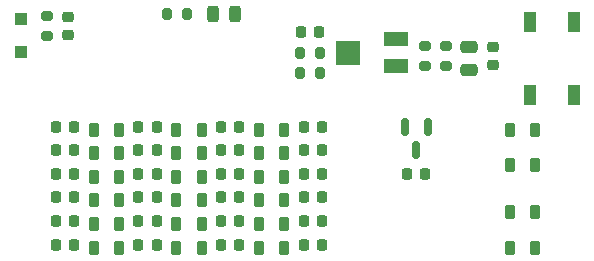
<source format=gbr>
%TF.GenerationSoftware,KiCad,Pcbnew,(6.0.1)*%
%TF.CreationDate,2022-08-09T16:04:10-07:00*%
%TF.ProjectId,WSPR3,57535052-332e-46b6-9963-61645f706362,rev?*%
%TF.SameCoordinates,Original*%
%TF.FileFunction,Paste,Top*%
%TF.FilePolarity,Positive*%
%FSLAX46Y46*%
G04 Gerber Fmt 4.6, Leading zero omitted, Abs format (unit mm)*
G04 Created by KiCad (PCBNEW (6.0.1)) date 2022-08-09 16:04:10*
%MOMM*%
%LPD*%
G01*
G04 APERTURE LIST*
G04 Aperture macros list*
%AMRoundRect*
0 Rectangle with rounded corners*
0 $1 Rounding radius*
0 $2 $3 $4 $5 $6 $7 $8 $9 X,Y pos of 4 corners*
0 Add a 4 corners polygon primitive as box body*
4,1,4,$2,$3,$4,$5,$6,$7,$8,$9,$2,$3,0*
0 Add four circle primitives for the rounded corners*
1,1,$1+$1,$2,$3*
1,1,$1+$1,$4,$5*
1,1,$1+$1,$6,$7*
1,1,$1+$1,$8,$9*
0 Add four rect primitives between the rounded corners*
20,1,$1+$1,$2,$3,$4,$5,0*
20,1,$1+$1,$4,$5,$6,$7,0*
20,1,$1+$1,$6,$7,$8,$9,0*
20,1,$1+$1,$8,$9,$2,$3,0*%
G04 Aperture macros list end*
%ADD10RoundRect,0.225000X0.225000X0.250000X-0.225000X0.250000X-0.225000X-0.250000X0.225000X-0.250000X0*%
%ADD11RoundRect,0.218750X0.218750X0.381250X-0.218750X0.381250X-0.218750X-0.381250X0.218750X-0.381250X0*%
%ADD12RoundRect,0.200000X0.275000X-0.200000X0.275000X0.200000X-0.275000X0.200000X-0.275000X-0.200000X0*%
%ADD13RoundRect,0.225000X-0.250000X0.225000X-0.250000X-0.225000X0.250000X-0.225000X0.250000X0.225000X0*%
%ADD14RoundRect,0.200000X-0.200000X-0.275000X0.200000X-0.275000X0.200000X0.275000X-0.200000X0.275000X0*%
%ADD15RoundRect,0.200000X-0.275000X0.200000X-0.275000X-0.200000X0.275000X-0.200000X0.275000X0.200000X0*%
%ADD16RoundRect,0.225000X0.250000X-0.225000X0.250000X0.225000X-0.250000X0.225000X-0.250000X-0.225000X0*%
%ADD17RoundRect,0.150000X-0.150000X0.587500X-0.150000X-0.587500X0.150000X-0.587500X0.150000X0.587500X0*%
%ADD18R,1.100000X1.100000*%
%ADD19R,2.000000X1.300000*%
%ADD20R,2.000000X2.000000*%
%ADD21RoundRect,0.243750X0.243750X0.456250X-0.243750X0.456250X-0.243750X-0.456250X0.243750X-0.456250X0*%
%ADD22RoundRect,0.200000X0.200000X0.275000X-0.200000X0.275000X-0.200000X-0.275000X0.200000X-0.275000X0*%
%ADD23RoundRect,0.250000X-0.475000X0.250000X-0.475000X-0.250000X0.475000X-0.250000X0.475000X0.250000X0*%
%ADD24R,1.100000X1.800000*%
G04 APERTURE END LIST*
D10*
%TO.C,C23*%
X79275000Y-69000001D03*
X77725000Y-69000001D03*
%TD*%
%TO.C,C3*%
X86275000Y-77000000D03*
X84725000Y-77000000D03*
%TD*%
D11*
%TO.C,L12*%
X76062500Y-73250000D03*
X73937500Y-73250000D03*
%TD*%
D12*
%TO.C,R2*%
X95000000Y-61825000D03*
X95000000Y-60175000D03*
%TD*%
D11*
%TO.C,L6*%
X76062500Y-77250000D03*
X73937500Y-77250000D03*
%TD*%
D13*
%TO.C,C1*%
X100750000Y-60225000D03*
X100750000Y-61775000D03*
%TD*%
D11*
%TO.C,L16*%
X69062500Y-71250000D03*
X66937500Y-71250000D03*
%TD*%
D10*
%TO.C,C7*%
X95025000Y-71000000D03*
X93475000Y-71000000D03*
%TD*%
D11*
%TO.C,L10*%
X69062500Y-75250000D03*
X66937500Y-75250000D03*
%TD*%
D10*
%TO.C,C14*%
X86275000Y-73000000D03*
X84725000Y-73000000D03*
%TD*%
D14*
%TO.C,R6*%
X84425000Y-62500000D03*
X86075000Y-62500000D03*
%TD*%
D11*
%TO.C,L14*%
X83062500Y-71250000D03*
X80937500Y-71250000D03*
%TD*%
D10*
%TO.C,C20*%
X72275000Y-71000001D03*
X70725000Y-71000001D03*
%TD*%
%TO.C,C27*%
X79275000Y-67000000D03*
X77725000Y-67000000D03*
%TD*%
%TO.C,C25*%
X65275001Y-69000000D03*
X63725001Y-69000000D03*
%TD*%
D11*
%TO.C,L21*%
X76062500Y-67250000D03*
X73937500Y-67250000D03*
%TD*%
D10*
%TO.C,C26*%
X86275000Y-66999999D03*
X84725000Y-66999999D03*
%TD*%
%TO.C,C9*%
X86275000Y-75000000D03*
X84725000Y-75000000D03*
%TD*%
D11*
%TO.C,L7*%
X69062500Y-77250000D03*
X66937500Y-77250000D03*
%TD*%
D15*
%TO.C,R1*%
X96750000Y-60175000D03*
X96750000Y-61825000D03*
%TD*%
D10*
%TO.C,C28*%
X72275001Y-67000000D03*
X70725001Y-67000000D03*
%TD*%
D11*
%TO.C,L18*%
X76062500Y-69250000D03*
X73937500Y-69250000D03*
%TD*%
%TO.C,L20*%
X83062500Y-67250000D03*
X80937500Y-67250000D03*
%TD*%
%TO.C,L1*%
X104312499Y-77250000D03*
X102187499Y-77250000D03*
%TD*%
D10*
%TO.C,C4*%
X79275000Y-77000000D03*
X77725000Y-77000000D03*
%TD*%
D16*
%TO.C,C13*%
X64750000Y-59275000D03*
X64750000Y-57725000D03*
%TD*%
D17*
%TO.C,Q1*%
X95200000Y-67062500D03*
X93300000Y-67062500D03*
X94250000Y-68937500D03*
%TD*%
D11*
%TO.C,L8*%
X83062500Y-75250000D03*
X80937500Y-75250000D03*
%TD*%
%TO.C,L11*%
X83062500Y-73250000D03*
X80937500Y-73250000D03*
%TD*%
%TO.C,L13*%
X69062500Y-73250000D03*
X66937500Y-73250000D03*
%TD*%
%TO.C,L5*%
X83062500Y-77250000D03*
X80937500Y-77250000D03*
%TD*%
D10*
%TO.C,C6*%
X65275000Y-77000000D03*
X63725000Y-77000000D03*
%TD*%
%TO.C,C11*%
X72275000Y-75000000D03*
X70725000Y-75000000D03*
%TD*%
%TO.C,C5*%
X72275000Y-77000000D03*
X70725000Y-77000000D03*
%TD*%
D18*
%TO.C,D1*%
X60750000Y-57850000D03*
X60750000Y-60650000D03*
%TD*%
D10*
%TO.C,C29*%
X65275000Y-67000000D03*
X63725000Y-67000000D03*
%TD*%
%TO.C,C8*%
X86025000Y-59000000D03*
X84475000Y-59000000D03*
%TD*%
D11*
%TO.C,L22*%
X69062500Y-67250000D03*
X66937500Y-67250000D03*
%TD*%
D15*
%TO.C,R7*%
X63000000Y-57675000D03*
X63000000Y-59325000D03*
%TD*%
D19*
%TO.C,R3*%
X92500000Y-61900000D03*
D20*
X88500000Y-60750000D03*
D19*
X92500000Y-59600000D03*
%TD*%
D11*
%TO.C,L17*%
X83062500Y-69250000D03*
X80937500Y-69250000D03*
%TD*%
D10*
%TO.C,C12*%
X65275000Y-75000000D03*
X63725000Y-75000000D03*
%TD*%
D11*
%TO.C,L4*%
X104312500Y-67250000D03*
X102187500Y-67250000D03*
%TD*%
D10*
%TO.C,C21*%
X65275000Y-71000000D03*
X63725000Y-71000000D03*
%TD*%
D11*
%TO.C,L9*%
X76062500Y-75250000D03*
X73937500Y-75250000D03*
%TD*%
D21*
%TO.C,LED1*%
X78937500Y-57500000D03*
X77062500Y-57500000D03*
%TD*%
D10*
%TO.C,C10*%
X79275000Y-75000000D03*
X77725000Y-75000000D03*
%TD*%
D22*
%TO.C,R5*%
X86075000Y-60750000D03*
X84425000Y-60750000D03*
%TD*%
D10*
%TO.C,C22*%
X86275000Y-69000000D03*
X84725000Y-69000000D03*
%TD*%
D11*
%TO.C,L2*%
X104312500Y-74250000D03*
X102187500Y-74250000D03*
%TD*%
D22*
%TO.C,R4*%
X74825000Y-57500000D03*
X73175000Y-57500000D03*
%TD*%
D10*
%TO.C,C17*%
X65275000Y-73000000D03*
X63725000Y-73000000D03*
%TD*%
D23*
%TO.C,C2*%
X98750000Y-60300000D03*
X98750000Y-62200000D03*
%TD*%
D10*
%TO.C,C18*%
X86275000Y-71000001D03*
X84725000Y-71000001D03*
%TD*%
D24*
%TO.C,SW1*%
X103900000Y-64350000D03*
X103900000Y-58150000D03*
X107600000Y-58150000D03*
X107600000Y-64350000D03*
%TD*%
D11*
%TO.C,L3*%
X104312500Y-70250000D03*
X102187500Y-70250000D03*
%TD*%
%TO.C,L15*%
X76062500Y-71250000D03*
X73937500Y-71250000D03*
%TD*%
D10*
%TO.C,C24*%
X72275000Y-69000000D03*
X70725000Y-69000000D03*
%TD*%
%TO.C,C19*%
X79275000Y-71000000D03*
X77725000Y-71000000D03*
%TD*%
%TO.C,C15*%
X79275000Y-73000000D03*
X77725000Y-73000000D03*
%TD*%
D11*
%TO.C,L19*%
X69062500Y-69250000D03*
X66937500Y-69250000D03*
%TD*%
D10*
%TO.C,C16*%
X72275000Y-73000000D03*
X70725000Y-73000000D03*
%TD*%
M02*

</source>
